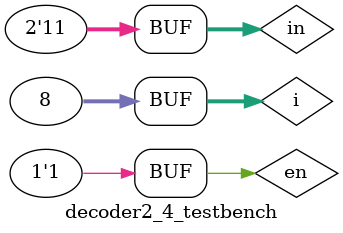
<source format=sv>
module decoder2_4(out, in, en);
	output [3:0] out;
	input [1:0] in;
	input en;
	wire [1:0] notin;
	
	not n0(notin[0], in[0]);
	not n1(notin[1], in[1]);
	and a0(out[3], en, in[1], in[0]);
	and a1(out[2], en, in[1], notin[0]);
	and a2(out[1], en, notin[1], in[0]);
	and a3(out[0], en, notin[1], notin[0]);
endmodule 	

module decoder2_4_testbench();
 reg [1:0] in;
 reg en;
 wire[3:0] out;

 decoder2_4 dut (.out(out), .in(in), .en(en));

 integer i;
 
 initial begin
	for(i=0; i<8; i++) begin
		{en, in[1], in[0]} = i; #10;
	end 
 end
endmodule  	
</source>
